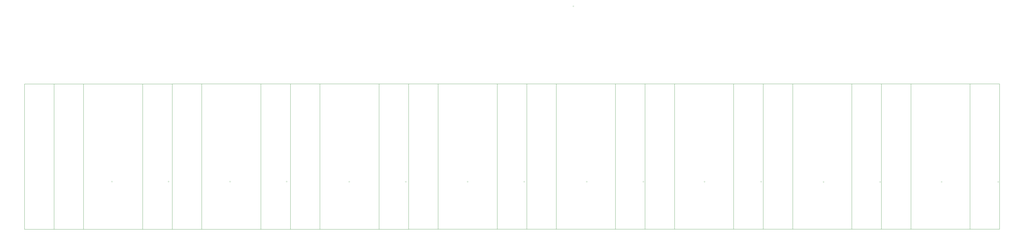
<source format=gbr>
G04 #@! TF.GenerationSoftware,KiCad,Pcbnew,(5.99.0-9973-gfb99c55869)*
G04 #@! TF.CreationDate,2021-09-10T21:28:04-07:00*
G04 #@! TF.ProjectId,2E1,3245312e-6b69-4636-9164-5f7063625858,rev?*
G04 #@! TF.SameCoordinates,Original*
G04 #@! TF.FileFunction,Legend,Bot*
G04 #@! TF.FilePolarity,Positive*
%FSLAX46Y46*%
G04 Gerber Fmt 4.6, Leading zero omitted, Abs format (unit mm)*
G04 Created by KiCad (PCBNEW (5.99.0-9973-gfb99c55869)) date 2021-09-10 21:28:04*
%MOMM*%
%LPD*%
G01*
G04 APERTURE LIST*
%ADD10C,0.150000*%
%ADD11C,0.120000*%
G04 APERTURE END LIST*
D10*
X288400000Y-223660000D02*
X329000000Y-223660000D01*
X329000000Y-223660000D02*
X329000000Y-323660000D01*
X329000000Y-323660000D02*
X288400000Y-323660000D01*
X288400000Y-323660000D02*
X288400000Y-223660000D01*
X674100000Y-223630000D02*
X694400000Y-223630000D01*
X694400000Y-223630000D02*
X694400000Y-323630000D01*
X694400000Y-323630000D02*
X674100000Y-323630000D01*
X674100000Y-323630000D02*
X674100000Y-223630000D01*
X85400000Y-223670000D02*
X105700000Y-223670000D01*
X105700000Y-223670000D02*
X105700000Y-323670000D01*
X105700000Y-323670000D02*
X85400000Y-323670000D01*
X85400000Y-323670000D02*
X85400000Y-223670000D01*
X410200000Y-223650000D02*
X430500000Y-223650000D01*
X430500000Y-223650000D02*
X430500000Y-323650000D01*
X430500000Y-323650000D02*
X410200000Y-323650000D01*
X410200000Y-323650000D02*
X410200000Y-223650000D01*
X653800000Y-223640000D02*
X674100000Y-223640000D01*
X674100000Y-223640000D02*
X674100000Y-323640000D01*
X674100000Y-323640000D02*
X653800000Y-323640000D01*
X653800000Y-323640000D02*
X653800000Y-223640000D01*
X268100000Y-223660000D02*
X288400000Y-223660000D01*
X288400000Y-223660000D02*
X288400000Y-323660000D01*
X288400000Y-323660000D02*
X268100000Y-323660000D01*
X268100000Y-323660000D02*
X268100000Y-223660000D01*
X186900000Y-223660000D02*
X207200000Y-223660000D01*
X207200000Y-223660000D02*
X207200000Y-323660000D01*
X207200000Y-323660000D02*
X186900000Y-323660000D01*
X186900000Y-323660000D02*
X186900000Y-223660000D01*
X491400000Y-223650000D02*
X511700000Y-223650000D01*
X511700000Y-223650000D02*
X511700000Y-323650000D01*
X511700000Y-323650000D02*
X491400000Y-323650000D01*
X491400000Y-323650000D02*
X491400000Y-223650000D01*
X450800000Y-223650000D02*
X491400000Y-223650000D01*
X491400000Y-223650000D02*
X491400000Y-323650000D01*
X491400000Y-323650000D02*
X450800000Y-323650000D01*
X450800000Y-323650000D02*
X450800000Y-223650000D01*
X247800000Y-223660000D02*
X268100000Y-223660000D01*
X268100000Y-223660000D02*
X268100000Y-323660000D01*
X268100000Y-323660000D02*
X247800000Y-323660000D01*
X247800000Y-323660000D02*
X247800000Y-223660000D01*
X369600000Y-223650000D02*
X410200000Y-223650000D01*
X410200000Y-223650000D02*
X410200000Y-323650000D01*
X410200000Y-323650000D02*
X369600000Y-323650000D01*
X369600000Y-323650000D02*
X369600000Y-223650000D01*
X532000000Y-223640000D02*
X572600000Y-223640000D01*
X572600000Y-223640000D02*
X572600000Y-323640000D01*
X572600000Y-323640000D02*
X532000000Y-323640000D01*
X532000000Y-323640000D02*
X532000000Y-223640000D01*
X511700000Y-223640000D02*
X532000000Y-223640000D01*
X532000000Y-223640000D02*
X532000000Y-323640000D01*
X532000000Y-323640000D02*
X511700000Y-323640000D01*
X511700000Y-323640000D02*
X511700000Y-223640000D01*
X592900000Y-223640000D02*
X613200000Y-223640000D01*
X613200000Y-223640000D02*
X613200000Y-323640000D01*
X613200000Y-323640000D02*
X592900000Y-323640000D01*
X592900000Y-323640000D02*
X592900000Y-223640000D01*
X735000000Y-223630000D02*
X755300000Y-223630000D01*
X755300000Y-223630000D02*
X755300000Y-323630000D01*
X755300000Y-323630000D02*
X735000000Y-323630000D01*
X735000000Y-323630000D02*
X735000000Y-223630000D01*
X105700000Y-223670000D02*
X126000000Y-223670000D01*
X126000000Y-223670000D02*
X126000000Y-323670000D01*
X126000000Y-323670000D02*
X105700000Y-323670000D01*
X105700000Y-323670000D02*
X105700000Y-223670000D01*
X126000000Y-223670000D02*
X166600000Y-223670000D01*
X166600000Y-223670000D02*
X166600000Y-323670000D01*
X166600000Y-323670000D02*
X126000000Y-323670000D01*
X126000000Y-323670000D02*
X126000000Y-223670000D01*
X329000000Y-223660000D02*
X349300000Y-223660000D01*
X349300000Y-223660000D02*
X349300000Y-323660000D01*
X349300000Y-323660000D02*
X329000000Y-323660000D01*
X329000000Y-323660000D02*
X329000000Y-223660000D01*
X207200000Y-223660000D02*
X247800000Y-223660000D01*
X247800000Y-223660000D02*
X247800000Y-323660000D01*
X247800000Y-323660000D02*
X207200000Y-323660000D01*
X207200000Y-323660000D02*
X207200000Y-223660000D01*
X166600000Y-223670000D02*
X186900000Y-223670000D01*
X186900000Y-223670000D02*
X186900000Y-323670000D01*
X186900000Y-323670000D02*
X166600000Y-323670000D01*
X166600000Y-323670000D02*
X166600000Y-223670000D01*
X613200000Y-223640000D02*
X653800000Y-223640000D01*
X653800000Y-223640000D02*
X653800000Y-323640000D01*
X653800000Y-323640000D02*
X613200000Y-323640000D01*
X613200000Y-323640000D02*
X613200000Y-223640000D01*
X349300000Y-223650000D02*
X369600000Y-223650000D01*
X369600000Y-223650000D02*
X369600000Y-323650000D01*
X369600000Y-323650000D02*
X349300000Y-323650000D01*
X349300000Y-323650000D02*
X349300000Y-223650000D01*
X572600000Y-223640000D02*
X592900000Y-223640000D01*
X592900000Y-223640000D02*
X592900000Y-323640000D01*
X592900000Y-323640000D02*
X572600000Y-323640000D01*
X572600000Y-323640000D02*
X572600000Y-223640000D01*
X430500000Y-223650000D02*
X450800000Y-223650000D01*
X450800000Y-223650000D02*
X450800000Y-323650000D01*
X450800000Y-323650000D02*
X430500000Y-323650000D01*
X430500000Y-323650000D02*
X430500000Y-223650000D01*
X694400000Y-223630000D02*
X735000000Y-223630000D01*
X735000000Y-223630000D02*
X735000000Y-323630000D01*
X735000000Y-323630000D02*
X694400000Y-323630000D01*
X694400000Y-323630000D02*
X694400000Y-223630000D01*
D11*
G04 #@! TO.C,J6_0_1*
X472066874Y-290949888D02*
G75*
G03*
X472066874Y-290949888I-381000J0D01*
G01*
G04 #@! TO.C,J8_0_1*
X634736856Y-291089842D02*
G75*
G03*
X634736856Y-291089842I-381000J0D01*
G01*
G04 #@! TO.C,J7_0_2*
X591865974Y-290910010D02*
G75*
G03*
X591865974Y-290910010I-381000J0D01*
G01*
G04 #@! TO.C,J8_0_2*
X673626796Y-291089842D02*
G75*
G03*
X673626796Y-291089842I-381000J0D01*
G01*
G04 #@! TO.C,J9_0_2*
X754736870Y-291059870D02*
G75*
G03*
X754736870Y-291059870I-381000J0D01*
G01*
G04 #@! TO.C,J1*
X462838800Y-170180000D02*
G75*
G03*
X462838800Y-170180000I-381000J0D01*
G01*
G04 #@! TO.C,J5_0_1*
X390226042Y-290930076D02*
G75*
G03*
X390226042Y-290930076I-381000J0D01*
G01*
G04 #@! TO.C,J4_0_2*
X347766640Y-290969700D02*
G75*
G03*
X347766640Y-290969700I-381000J0D01*
G01*
G04 #@! TO.C,J4_0_1*
X308876700Y-290969700D02*
G75*
G03*
X308876700Y-290969700I-381000J0D01*
G01*
G04 #@! TO.C,J3_0_1*
X227016742Y-290869878D02*
G75*
G03*
X227016742Y-290869878I-381000J0D01*
G01*
G04 #@! TO.C,J6_0_2*
X510956814Y-290949888D02*
G75*
G03*
X510956814Y-290949888I-381000J0D01*
G01*
G04 #@! TO.C,J9_0_1*
X715846676Y-291059870D02*
G75*
G03*
X715846676Y-291059870I-381000J0D01*
G01*
G04 #@! TO.C,J7_0_1*
X552976034Y-290910010D02*
G75*
G03*
X552976034Y-290910010I-381000J0D01*
G01*
G04 #@! TO.C,J2_0_1*
X145855995Y-290880038D02*
G75*
G03*
X145855995Y-290880038I-381000J0D01*
G01*
G04 #@! TO.C,J2_0_2*
X184746000Y-290880000D02*
G75*
G03*
X184746000Y-290880000I-381000J0D01*
G01*
G04 #@! TO.C,J5_0_2*
X429115982Y-290930076D02*
G75*
G03*
X429115982Y-290930076I-381000J0D01*
G01*
G04 #@! TO.C,J3_0_2*
X265906758Y-290869878D02*
G75*
G03*
X265906758Y-290869878I-381000J0D01*
G01*
G04 #@! TD*
M02*

</source>
